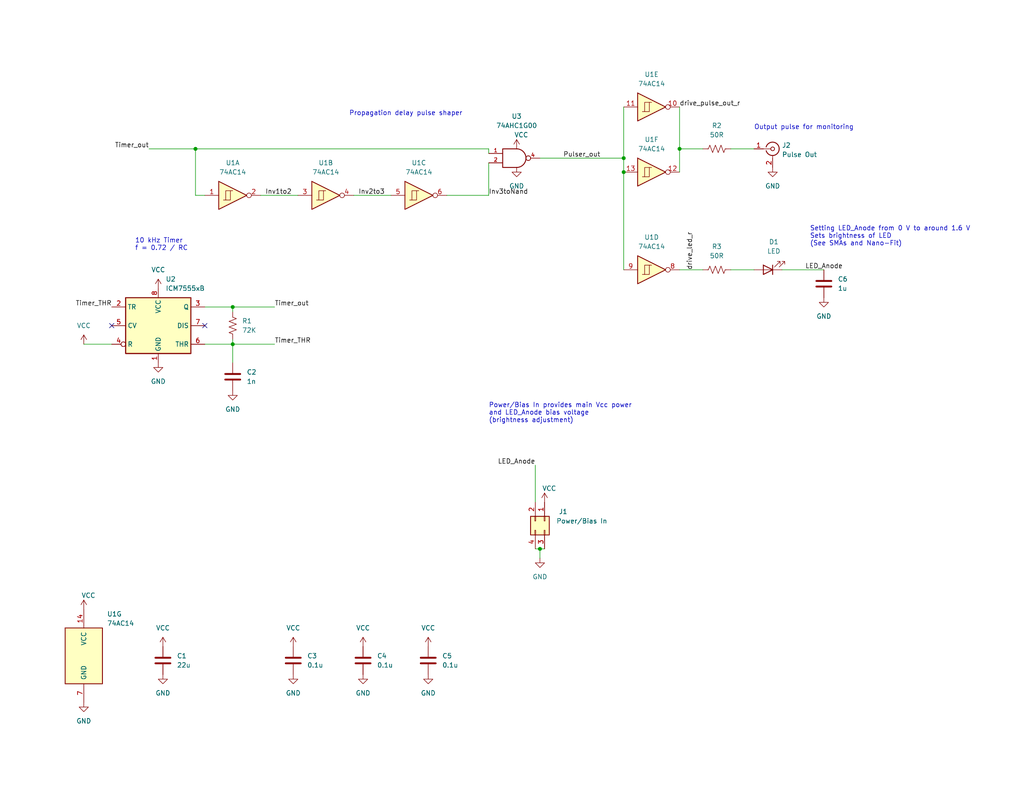
<source format=kicad_sch>
(kicad_sch (version 20211123) (generator eeschema)
  (paper "USLetter")
  (title_block (title "Propagation Delay LED Pulser") (date "2022-04-12") (rev "1.1") (company "HugonLabs"))
  (lib_symbols
    (symbol "74xGxx:74AHC1G00" (pin_names (offset 1.016))
      (property "Reference" "U" (at -2.54 3.81 0))
      (property "Value" "74AHC1G00" (at 0 -3.81 0))
      (symbol "74AHC1G00_0_1"
        (arc (start 0 -2.54) (mid 2.54 0) (end 0 2.54) (stroke (width 0.254)))
        (polyline (pts (xy 0 -2.54) (xy -3.81 -2.54) (xy -3.81 2.54) (xy 0 2.54)) (stroke (width 0.254)))
      )
      (symbol "74AHC1G00_1_1"
        (pin input line (at -7.62 1.27 0) (length 3.81) (name "~") (number "1"))
        (pin input line (at -7.62 -1.27 0) (length 3.81) (name "~") (number "2"))
        (pin power_in line (at 0 -2.54 270) (length 0) hide (name "GND") (number "3"))
        (pin output inverted (at 6.35 0 180) (length 3.81) (name "~") (number "4"))
        (pin power_in line (at 0 2.54 90) (length 0) hide (name "VCC") (number "5"))
      )
    )
    (symbol "74xx:74HC14" (pin_names (offset 1.016))
      (property "Reference" "U" (at 0 1.27 0))
      (property "Value" "74HC14" (at 0 -1.27 0))
      (symbol "74HC14_1_0"
        (polyline (pts (xy -3.81 3.81) (xy -3.81 -3.81) (xy 3.81 0) (xy -3.81 3.81)) (stroke (width 0.254)) (fill (type background)))
        (pin input line (at -7.62 0 0) (length 3.81) (name "~") (number "1"))
        (pin output inverted (at 7.62 0 180) (length 3.81) (name "~") (number "2"))
      )
      (symbol "74HC14_1_1"
        (polyline (pts (xy -1.905 -1.27) (xy -1.905 1.27) (xy -0.635 1.27)))
        (polyline (pts (xy -2.54 -1.27) (xy -0.635 -1.27) (xy -0.635 1.27) (xy 0 1.27)))
      )
      (symbol "74HC14_2_0"
        (polyline (pts (xy -3.81 3.81) (xy -3.81 -3.81) (xy 3.81 0) (xy -3.81 3.81)) (stroke (width 0.254)) (fill (type background)))
        (pin input line (at -7.62 0 0) (length 3.81) (name "~") (number "3"))
        (pin output inverted (at 7.62 0 180) (length 3.81) (name "~") (number "4"))
      )
      (symbol "74HC14_2_1"
        (polyline (pts (xy -1.905 -1.27) (xy -1.905 1.27) (xy -0.635 1.27)))
        (polyline (pts (xy -2.54 -1.27) (xy -0.635 -1.27) (xy -0.635 1.27) (xy 0 1.27)))
      )
      (symbol "74HC14_3_0"
        (polyline (pts (xy -3.81 3.81) (xy -3.81 -3.81) (xy 3.81 0) (xy -3.81 3.81)) (stroke (width 0.254)) (fill (type background)))
        (pin input line (at -7.62 0 0) (length 3.81) (name "~") (number "5"))
        (pin output inverted (at 7.62 0 180) (length 3.81) (name "~") (number "6"))
      )
      (symbol "74HC14_3_1"
        (polyline (pts (xy -1.905 -1.27) (xy -1.905 1.27) (xy -0.635 1.27)))
        (polyline (pts (xy -2.54 -1.27) (xy -0.635 -1.27) (xy -0.635 1.27) (xy 0 1.27)))
      )
      (symbol "74HC14_4_0"
        (polyline (pts (xy -3.81 3.81) (xy -3.81 -3.81) (xy 3.81 0) (xy -3.81 3.81)) (stroke (width 0.254)) (fill (type background)))
        (pin output inverted (at 7.62 0 180) (length 3.81) (name "~") (number "8"))
        (pin input line (at -7.62 0 0) (length 3.81) (name "~") (number "9"))
      )
      (symbol "74HC14_4_1"
        (polyline (pts (xy -1.905 -1.27) (xy -1.905 1.27) (xy -0.635 1.27)))
        (polyline (pts (xy -2.54 -1.27) (xy -0.635 -1.27) (xy -0.635 1.27) (xy 0 1.27)))
      )
      (symbol "74HC14_5_0"
        (polyline (pts (xy -3.81 3.81) (xy -3.81 -3.81) (xy 3.81 0) (xy -3.81 3.81)) (stroke (width 0.254)) (fill (type background)))
        (pin output inverted (at 7.62 0 180) (length 3.81) (name "~") (number "10"))
        (pin input line (at -7.62 0 0) (length 3.81) (name "~") (number "11"))
      )
      (symbol "74HC14_5_1"
        (polyline (pts (xy -1.905 -1.27) (xy -1.905 1.27) (xy -0.635 1.27)))
        (polyline (pts (xy -2.54 -1.27) (xy -0.635 -1.27) (xy -0.635 1.27) (xy 0 1.27)))
      )
      (symbol "74HC14_6_0"
        (polyline (pts (xy -3.81 3.81) (xy -3.81 -3.81) (xy 3.81 0) (xy -3.81 3.81)) (stroke (width 0.254)) (fill (type background)))
        (pin output inverted (at 7.62 0 180) (length 3.81) (name "~") (number "12"))
        (pin input line (at -7.62 0 0) (length 3.81) (name "~") (number "13"))
      )
      (symbol "74HC14_6_1"
        (polyline (pts (xy -1.905 -1.27) (xy -1.905 1.27) (xy -0.635 1.27)))
        (polyline (pts (xy -2.54 -1.27) (xy -0.635 -1.27) (xy -0.635 1.27) (xy 0 1.27)))
      )
      (symbol "74HC14_7_0"
        (pin power_in line (at 0 12.7 270) (length 5.08) (name "VCC") (number "14"))
        (pin power_in line (at 0 -12.7 90) (length 5.08) (name "GND") (number "7"))
      )
      (symbol "74HC14_7_1"
        (rectangle (start -5.08 7.62) (end 5.08 -7.62) (stroke (width 0.254)) (fill (type background)))
      )
    )
    (symbol "Connector:Conn_Coaxial" (pin_names (offset 1.016) hide)
      (property "Reference" "J" (at 0.254 3.048 0))
      (property "Value" "Conn_Coaxial" (at 2.921 0 90))
      (symbol "Conn_Coaxial_0_1"
        (arc (start -1.778 -0.508) (mid 0.222 -1.808) (end 1.778 0) (stroke (width 0.254)))
        (polyline (pts (xy -2.54 0) (xy -0.508 0)))
        (polyline (pts (xy 0 -2.54) (xy 0 -1.778)))
        (circle (center 0 0) (radius 0.508) (stroke (width 0.2032)))
        (arc (start 1.778 0) (mid 0.222 1.8083) (end -1.778 0.508) (stroke (width 0.254)))
      )
      (symbol "Conn_Coaxial_1_1"
        (pin passive line (at -5.08 0 0) (length 2.54) (name "In") (number "1"))
        (pin passive line (at 0 -5.08 90) (length 2.54) (name "Ext") (number "2"))
      )
    )
    (symbol "Connector_Generic:Conn_02x02_Top_Bottom" (pin_names (offset 1.016) hide)
      (property "Reference" "J" (at 1.27 2.54 0))
      (property "Value" "Conn_02x02_Top_Bottom" (at 1.27 -5.08 0))
      (symbol "Conn_02x02_Top_Bottom_1_1"
        (rectangle (start -1.27 -2.413) (end 0 -2.667) (stroke (width 0.1524)))
        (rectangle (start -1.27 0.127) (end 0 -0.127) (stroke (width 0.1524)))
        (rectangle (start -1.27 1.27) (end 3.81 -3.81) (stroke (width 0.254)) (fill (type background)))
        (rectangle (start 3.81 -2.413) (end 2.54 -2.667) (stroke (width 0.1524)))
        (rectangle (start 3.81 0.127) (end 2.54 -0.127) (stroke (width 0.1524)))
        (pin passive line (at -5.08 0 0) (length 3.81) (name "Pin_1") (number "1"))
        (pin passive line (at -5.08 -2.54 0) (length 3.81) (name "Pin_2") (number "2"))
        (pin passive line (at 7.62 0 180) (length 3.81) (name "Pin_3") (number "3"))
        (pin passive line (at 7.62 -2.54 180) (length 3.81) (name "Pin_4") (number "4"))
      )
    )
    (symbol "Device:C" (pin_numbers hide) (pin_names (offset 0.254))
      (property "Reference" "C" (at 0.635 2.54 0))
      (property "Value" "C" (at 0.635 -2.54 0))
      (symbol "C_0_1"
        (polyline (pts (xy -2.032 -0.762) (xy 2.032 -0.762)) (stroke (width 0.508)))
        (polyline (pts (xy -2.032 0.762) (xy 2.032 0.762)) (stroke (width 0.508)))
      )
      (symbol "C_1_1"
        (pin passive line (at 0 3.81 270) (length 2.794) (name "~") (number "1"))
        (pin passive line (at 0 -3.81 90) (length 2.794) (name "~") (number "2"))
      )
    )
    (symbol "Device:LED" (pin_numbers hide) (pin_names (offset 1.016) hide)
      (property "Reference" "D" (at 0 2.54 0))
      (property "Value" "LED" (at 0 -2.54 0))
      (symbol "LED_0_1"
        (polyline (pts (xy -1.27 -1.27) (xy -1.27 1.27)) (stroke (width 0.254)))
        (polyline (pts (xy -1.27 0) (xy 1.27 0)))
        (polyline (pts (xy 1.27 -1.27) (xy 1.27 1.27) (xy -1.27 0) (xy 1.27 -1.27)) (stroke (width 0.254)))
        (polyline (pts (xy -3.048 -0.762) (xy -4.572 -2.286) (xy -3.81 -2.286) (xy -4.572 -2.286) (xy -4.572 -1.524)))
        (polyline (pts (xy -1.778 -0.762) (xy -3.302 -2.286) (xy -2.54 -2.286) (xy -3.302 -2.286) (xy -3.302 -1.524)))
      )
      (symbol "LED_1_1"
        (pin passive line (at -3.81 0 0) (length 2.54) (name "K") (number "1"))
        (pin passive line (at 3.81 0 180) (length 2.54) (name "A") (number "2"))
      )
    )
    (symbol "Device:R_US" (pin_numbers hide) (pin_names (offset 0))
      (property "Reference" "R" (at 2.54 0 90))
      (property "Value" "R_US" (at -2.54 0 90))
      (symbol "R_US_0_1"
        (polyline (pts (xy 0 -2.286) (xy 0 -2.54)))
        (polyline (pts (xy 0 2.286) (xy 0 2.54)))
        (polyline (pts (xy 0 -0.762) (xy 1.016 -1.143) (xy 0 -1.524) (xy -1.016 -1.905) (xy 0 -2.286)))
        (polyline (pts (xy 0 0.762) (xy 1.016 0.381) (xy 0 0) (xy -1.016 -0.381) (xy 0 -0.762)))
        (polyline (pts (xy 0 2.286) (xy 1.016 1.905) (xy 0 1.524) (xy -1.016 1.143) (xy 0 0.762)))
      )
      (symbol "R_US_1_1"
        (pin passive line (at 0 3.81 270) (length 1.27) (name "~") (number "1"))
        (pin passive line (at 0 -3.81 90) (length 1.27) (name "~") (number "2"))
      )
    )
    (symbol "Timer:ICM7555xB"
      (property "Reference" "U" (at -10.16 8.89 0))
      (property "Value" "ICM7555xB" (at 2.54 8.89 0))
      (symbol "ICM7555xB_0_0"
        (pin power_in line (at 0 -10.16 90) (length 2.54) (name "GND") (number "1"))
        (pin power_in line (at 0 10.16 270) (length 2.54) (name "VCC") (number "8"))
      )
      (symbol "ICM7555xB_0_1"
        (rectangle (start -8.89 -7.62) (end 8.89 7.62) (stroke (width 0.254)) (fill (type background)))
        (rectangle (start -8.89 -7.62) (end 8.89 7.62) (stroke (width 0.254)) (fill (type background)))
      )
      (symbol "ICM7555xB_1_1"
        (pin input line (at -12.7 5.08 0) (length 3.81) (name "TR") (number "2"))
        (pin output line (at 12.7 5.08 180) (length 3.81) (name "Q") (number "3"))
        (pin input inverted (at -12.7 -5.08 0) (length 3.81) (name "R") (number "4"))
        (pin input line (at -12.7 0 0) (length 3.81) (name "CV") (number "5"))
        (pin input line (at 12.7 -5.08 180) (length 3.81) (name "THR") (number "6"))
        (pin input line (at 12.7 0 180) (length 3.81) (name "DIS") (number "7"))
      )
    )
    (symbol "power:GND" (power) (pin_names (offset 0))
      (property "Value" "GND" (at 0 -3.81 0))
      (symbol "GND_0_1"
        (polyline (pts (xy 0 0) (xy 0 -1.27) (xy 1.27 -1.27) (xy 0 -2.54) (xy -1.27 -1.27) (xy 0 -1.27)))
      )
      (symbol "GND_1_1"
        (pin power_in line (at 0 0 270) (length 0) hide (name "GND") (number "1"))
      )
    )
    (symbol "power:VCC" (power) (pin_names (offset 0))
      (property "Value" "VCC" (at 0 3.81 0))
      (symbol "VCC_0_1"
        (polyline (pts (xy -0.762 1.27) (xy 0 2.54)))
        (polyline (pts (xy 0 0) (xy 0 2.54)))
        (polyline (pts (xy 0 2.54) (xy 0.762 1.27)))
      )
      (symbol "VCC_1_1"
        (pin power_in line (at 0 0 90) (length 0) hide (name "VCC") (number "1"))
      )
    )
  )
  (junction (at 170.18 46.99))
  (junction (at 63.5 83.82))
  (junction (at 185.42 40.64))
  (junction (at 53.34 40.64))
  (junction (at 170.18 43.18))
  (junction (at 63.5 93.98))
  (junction (at 147.32 149.86))
  (no_connect (at 55.88 88.9))
  (no_connect (at 30.48 88.9))
  (wire (pts (xy 185.42 40.64) (xy 185.42 46.99)))
  (wire (pts (xy 147.32 149.86) (xy 148.59 149.86)))
  (wire (pts (xy 133.35 40.64) (xy 133.35 41.91)))
  (wire (pts (xy 170.18 43.18) (xy 170.18 46.99)))
  (wire (pts (xy 22.86 93.98) (xy 30.48 93.98)))
  (wire (pts (xy 147.32 43.18) (xy 170.18 43.18)))
  (wire (pts (xy 53.34 40.64) (xy 133.35 40.64)))
  (wire (pts (xy 146.05 127) (xy 146.05 137.16)))
  (wire (pts (xy 185.42 40.64) (xy 191.77 40.64)))
  (wire (pts (xy 63.5 93.98) (xy 55.88 93.98)))
  (wire (pts (xy 170.18 43.18) (xy 170.18 29.21)))
  (wire (pts (xy 121.92 53.34) (xy 133.35 53.34)))
  (wire (pts (xy 185.42 29.21) (xy 185.42 40.64)))
  (wire (pts (xy 71.12 53.34) (xy 81.28 53.34)))
  (wire (pts (xy 74.93 93.98) (xy 63.5 93.98)))
  (wire (pts (xy 133.35 44.45) (xy 133.35 53.34)))
  (wire (pts (xy 170.18 46.99) (xy 170.18 73.66)))
  (wire (pts (xy 55.88 83.82) (xy 63.5 83.82)))
  (wire (pts (xy 53.34 53.34) (xy 55.88 53.34)))
  (wire (pts (xy 53.34 40.64) (xy 53.34 53.34)))
  (wire (pts (xy 63.5 93.98) (xy 63.5 99.06)))
  (wire (pts (xy 146.05 149.86) (xy 147.32 149.86)))
  (wire (pts (xy 185.42 73.66) (xy 191.77 73.66)))
  (wire (pts (xy 213.36 73.66) (xy 224.79 73.66)))
  (wire (pts (xy 96.52 53.34) (xy 106.68 53.34)))
  (wire (pts (xy 63.5 92.71) (xy 63.5 93.98)))
  (wire (pts (xy 199.39 73.66) (xy 205.74 73.66)))
  (wire (pts (xy 147.32 149.86) (xy 147.32 152.4)))
  (wire (pts (xy 199.39 40.64) (xy 205.74 40.64)))
  (wire (pts (xy 40.64 40.64) (xy 53.34 40.64)))
  (wire (pts (xy 63.5 85.09) (xy 63.5 83.82)))
  (wire (pts (xy 63.5 83.82) (xy 74.93 83.82)))
  (text "Output pulse for monitoring" (at 205.74 35.56 0) (effects (font (size 1.27 1.27)) (justify left bottom)))
  (text "Setting LED_Anode from 0 V to around 1.6 V \nSets brightness of LED\n(See SMAs and Nano-Fit)" (at 220.98 67.31 0) (effects (font (size 1.27 1.27)) (justify left bottom)))
  (text "Propagation delay pulse shaper" (at 95.25 31.75 0) (effects (font (size 1.27 1.27)) (justify left bottom)))
  (text "10 kHz Timer\nf = 0.72 / RC" (at 36.83 68.58 0) (effects (font (size 1.27 1.27)) (justify left bottom)))
  (text "Power/Bias In provides main Vcc power \nand LED_Anode bias voltage \n(brightness adjustment)" (at 133.35 115.57 0) (effects (font (size 1.27 1.27)) (justify left bottom)))
  (label "LED_Anode" (at 219.71 73.66 0))
  (label "LED_Anode" (at 146.05 127 180))
  (label "drive_pulse_out_r" (at 185.42 29.21 0))
  (label "Inv1to2" (at 72.39 53.34 0))
  (label "drive_led_r" (at 189.23 73.66 90))
  (label "Pulser_out" (at 153.67 43.18 0))
  (label "Inv2to3" (at 97.79 53.34 0))
  (label "Inv3toNand" (at 133.35 53.34 0))
  (label "Timer_THR" (at 74.93 93.98 0))
  (label "Timer_out" (at 40.64 40.64 180))
  (label "Timer_out" (at 74.93 83.82 0))
  (label "Timer_THR" (at 30.48 83.82 180))
  (symbol (lib_id "74xx:74HC14") (at 177.8 46.99 0) (unit 6)
    (property "Reference" "U1" (at 177.8 38.1 0))
    (property "Value" "74AC14" (at 177.8 40.64 0))
    (property "Footprint" "Package_SO:SOIC-14_3.9x8.7mm_P1.27mm" (effects hide))
    (property "Datasheet" "https://www.ti.com/lit/ds/symlink/sn74ac14.pdf" (effects hide))
    (property "Mfr" "Texas Instruments" (effects hide))
    (property "Part" "SN74AC14D" (effects hide))
  )
  (symbol (lib_id "power:GND") (at 140.97 45.72 0) (unit 1)
    (property "Reference" "#PWR016" (effects hide))
    (property "Value" "GND" (at 140.97 50.8 0))
  )
  (symbol (lib_id "power:GND") (at 80.01 184.15 0) (unit 1)
    (property "Reference" "#PWR010" (effects hide))
    (property "Value" "GND" (at 80.01 189.23 0))
  )
  (symbol (lib_id "Device:C") (at 224.79 77.47 0) (unit 1)
    (property "Reference" "C6" (at 228.6 76.1999 0) (effects (justify left)))
    (property "Value" "1u" (at 228.6 78.7399 0) (effects (justify left)))
    (property "Footprint" "Capacitor_SMD:C_1206_3216Metric_Pad1.33x1.80mm_HandSolder" (effects hide))
    (property "Datasheet" "https://www.mouser.com/datasheet/2/585/MLCC-1837944.pdf" (effects hide))
    (property "Mfr" "Samsung" (effects hide))
    (property "Part" "CL31B105KBHNFNE" (effects hide))
  )
  (symbol (lib_id "74xx:74HC14") (at 63.5 53.34 0) (unit 1)
    (property "Reference" "U1" (at 63.5 44.45 0))
    (property "Value" "74AC14" (at 63.5 46.99 0))
    (property "Footprint" "Package_SO:SOIC-14_3.9x8.7mm_P1.27mm" (effects hide))
    (property "Datasheet" "https://www.ti.com/lit/ds/symlink/sn74ac14.pdf" (effects hide))
    (property "Mfr" "Texas Instruments" (effects hide))
    (property "Part" "SN74AC14D" (effects hide))
  )
  (symbol (lib_id "power:VCC") (at 22.86 166.37 0) (unit 1)
    (property "Reference" "#PWR02" (effects hide))
    (property "Value" "VCC" (at 24.13 162.56 0))
  )
  (symbol (lib_id "power:VCC") (at 116.84 176.53 0) (unit 1)
    (property "Reference" "#PWR013" (effects hide))
    (property "Value" "VCC" (at 116.84 171.45 0))
  )
  (symbol (lib_id "power:GND") (at 147.32 152.4 0) (unit 1)
    (property "Reference" "#PWR017" (effects hide))
    (property "Value" "GND" (at 147.32 157.48 0))
  )
  (symbol (lib_id "74xx:74HC14") (at 177.8 73.66 0) (unit 4)
    (property "Reference" "U1" (at 177.8 64.77 0))
    (property "Value" "74AC14" (at 177.8 67.31 0))
    (property "Footprint" "Package_SO:SOIC-14_3.9x8.7mm_P1.27mm" (effects hide))
    (property "Datasheet" "https://www.ti.com/lit/ds/symlink/sn74ac14.pdf" (effects hide))
    (property "Mfr" "Texas Instruments" (effects hide))
    (property "Part" "SN74AC14D" (effects hide))
  )
  (symbol (lib_id "74xx:74HC14") (at 114.3 53.34 0) (unit 3)
    (property "Reference" "U1" (at 114.3 44.45 0))
    (property "Value" "74AC14" (at 114.3 46.99 0))
    (property "Footprint" "Package_SO:SOIC-14_3.9x8.7mm_P1.27mm" (effects hide))
    (property "Datasheet" "https://www.ti.com/lit/ds/symlink/sn74ac14.pdf" (effects hide))
    (property "Mfr" "Texas Instruments" (effects hide))
    (property "Part" "SN74AC14D" (effects hide))
  )
  (symbol (lib_id "power:VCC") (at 99.06 176.53 0) (unit 1)
    (property "Reference" "#PWR011" (effects hide))
    (property "Value" "VCC" (at 99.06 171.45 0))
  )
  (symbol (lib_id "power:VCC") (at 148.59 137.16 0) (unit 1)
    (property "Reference" "#PWR018" (effects hide))
    (property "Value" "VCC" (at 149.86 133.35 0))
  )
  (symbol (lib_id "74xx:74HC14") (at 88.9 53.34 0) (unit 2)
    (property "Reference" "U1" (at 88.9 44.45 0))
    (property "Value" "74AC14" (at 88.9 46.99 0))
    (property "Footprint" "Package_SO:SOIC-14_3.9x8.7mm_P1.27mm" (effects hide))
    (property "Datasheet" "https://www.ti.com/lit/ds/symlink/sn74ac14.pdf" (effects hide))
    (property "Mfr" "Texas Instruments" (effects hide))
    (property "Part" "SN74AC14D" (effects hide))
  )
  (symbol (lib_id "power:GND") (at 99.06 184.15 0) (unit 1)
    (property "Reference" "#PWR012" (effects hide))
    (property "Value" "GND" (at 99.06 189.23 0))
  )
  (symbol (lib_id "power:VCC") (at 140.97 40.64 0) (unit 1)
    (property "Reference" "#PWR015" (effects hide))
    (property "Value" "VCC" (at 142.24 36.83 0))
  )
  (symbol (lib_id "Device:C") (at 80.01 180.34 0) (unit 1)
    (property "Reference" "C3" (at 83.82 179.0699 0) (effects (justify left)))
    (property "Value" "0.1u" (at 83.82 181.6099 0) (effects (justify left)))
    (property "Footprint" "Capacitor_SMD:C_1206_3216Metric_Pad1.33x1.80mm_HandSolder" (effects hide))
    (property "Datasheet" "https://www.mouser.com/datasheet/2/585/MLCC-1837944.pdf" (effects hide))
    (property "Mfr" "Samsung" (effects hide))
    (property "Part" "CL31B104KBCNNND" (effects hide))
  )
  (symbol (lib_id "Device:C") (at 44.45 180.34 0) (unit 1)
    (property "Reference" "C1" (at 48.26 179.0699 0) (effects (justify left)))
    (property "Value" "22u" (at 48.26 181.6099 0) (effects (justify left)))
    (property "Footprint" "Capacitor_SMD:C_1206_3216Metric_Pad1.33x1.80mm_HandSolder" (effects hide))
    (property "Datasheet" "https://www.mouser.com/datasheet/2/585/MLCC-1837944.pdf" (effects hide))
    (property "Mfr" "Samsung" (effects hide))
    (property "Part" "CL31A226KAHNNNE" (effects hide))
  )
  (symbol (lib_id "power:GND") (at 116.84 184.15 0) (unit 1)
    (property "Reference" "#PWR014" (effects hide))
    (property "Value" "GND" (at 116.84 189.23 0))
  )
  (symbol (lib_id "Device:LED") (at 209.55 73.66 180) (unit 1)
    (property "Reference" "D1" (at 211.1375 66.04 0))
    (property "Value" "LED" (at 211.1375 68.58 0))
    (property "Footprint" "LED_SMD:LED_1206_3216Metric_Pad1.42x1.75mm_HandSolder" (effects hide))
    (property "Datasheet" "https://www.mouser.com/datasheet/2/239/Lite-On-LTST-C150TBKT-1175371.pdf" (effects hide))
    (property "Mfr" "Lite-On" (effects hide))
    (property "Part" "LTST-C150TBKT " (effects hide))
  )
  (symbol (lib_id "power:VCC") (at 44.45 176.53 0) (unit 1)
    (property "Reference" "#PWR06" (effects hide))
    (property "Value" "VCC" (at 44.45 171.45 0))
  )
  (symbol (lib_id "Connector:Conn_Coaxial") (at 210.82 40.64 0) (unit 1)
    (property "Reference" "J2" (at 213.36 39.6631 0) (effects (justify left)))
    (property "Value" "Pulse Out" (at 213.36 42.2031 0) (effects (justify left)))
    (property "Footprint" "Connector_Coaxial:SMA_Amphenol_132289_EdgeMount" (effects hide))
    (property "Datasheet" "https://www.mouser.com/datasheet/2/18/1/amphs06501_1-2259276.pdf" (effects hide))
    (property "Mfr" "Amphenol RF" (effects hide))
    (property "Part" "132289" (effects hide))
  )
  (symbol (lib_id "Connector_Generic:Conn_02x02_Top_Bottom") (at 148.59 142.24 270) (unit 1)
    (property "Reference" "J1" (at 153.67 139.7 90))
    (property "Value" "Power/Bias In" (at 158.75 142.24 90))
    (property "Footprint" "Connector_Molex:Molex_Nano-Fit_105314-xx04_2x02_P2.50mm_Horizontal" (effects hide))
    (property "Datasheet" "https://www.mouser.com/datasheet/2/276/4/1053141304_PCB_HEADERS-2883302.pdf" (effects hide))
    (property "Mfr" "Molex" (effects hide))
    (property "Part" "1053141304" (effects hide))
  )
  (symbol (lib_id "power:VCC") (at 80.01 176.53 0) (unit 1)
    (property "Reference" "#PWR09" (effects hide))
    (property "Value" "VCC" (at 80.01 171.45 0))
  )
  (symbol (lib_id "power:GND") (at 63.5 106.68 0) (unit 1)
    (property "Reference" "#PWR08" (effects hide))
    (property "Value" "GND" (at 63.5 111.76 0))
  )
  (symbol (lib_id "Device:R_US") (at 195.58 40.64 90) (unit 1)
    (property "Reference" "R2" (at 195.58 34.29 90))
    (property "Value" "50R" (at 195.58 36.83 90))
    (property "Footprint" "Resistor_SMD:R_1206_3216Metric_Pad1.30x1.75mm_HandSolder" (effects hide))
    (property "Datasheet" "https://www.mouser.com/datasheet/2/427/crcwce3-1762584.pdf" (effects hide))
    (property "Mfr" "Vishay" (effects hide))
    (property "Part" "CRCW120649R9FKEAC" (effects hide))
  )
  (symbol (lib_id "Timer:ICM7555xB") (at 43.18 88.9 0) (unit 1)
    (property "Reference" "U2" (at 45.1994 76.2 0) (effects (justify left)))
    (property "Value" "ICM7555xB" (at 45.1994 78.74 0) (effects (justify left)))
    (property "Footprint" "Package_SO:SOIC-8_3.9x4.9mm_P1.27mm" (effects hide))
    (property "Datasheet" "http://www.intersil.com/content/dam/Intersil/documents/icm7/icm7555-56.pdf" (effects hide))
    (property "Mfr" "Maxim" (effects hide))
    (property "Part" "ICM7555ESA+" (effects hide))
  )
  (symbol (lib_id "Device:C") (at 99.06 180.34 0) (unit 1)
    (property "Reference" "C4" (at 102.87 179.0699 0) (effects (justify left)))
    (property "Value" "0.1u" (at 102.87 181.6099 0) (effects (justify left)))
    (property "Footprint" "Capacitor_SMD:C_1206_3216Metric_Pad1.33x1.80mm_HandSolder" (effects hide))
    (property "Datasheet" "https://www.mouser.com/datasheet/2/585/MLCC-1837944.pdf" (effects hide))
    (property "Mfr" "Samsung" (effects hide))
    (property "Part" "CL31B104KBCNNND" (effects hide))
  )
  (symbol (lib_id "Device:R_US") (at 195.58 73.66 90) (unit 1)
    (property "Reference" "R3" (at 195.58 67.31 90))
    (property "Value" "50R" (at 195.58 69.85 90))
    (property "Footprint" "Resistor_SMD:R_1206_3216Metric_Pad1.30x1.75mm_HandSolder" (effects hide))
    (property "Datasheet" "https://www.mouser.com/datasheet/2/427/crcwce3-1762584.pdf" (effects hide))
    (property "Mfr" "Vishay" (effects hide))
    (property "Part" "CRCW120649R9FKEAC" (effects hide))
  )
  (symbol (lib_id "Device:R_US") (at 63.5 88.9 0) (unit 1)
    (property "Reference" "R1" (at 66.04 87.6299 0) (effects (justify left)))
    (property "Value" "72K" (at 66.04 90.1699 0) (effects (justify left)))
    (property "Footprint" "Resistor_SMD:R_1206_3216Metric_Pad1.30x1.75mm_HandSolder" (effects hide))
    (property "Datasheet" "https://www.mouser.com/datasheet/2/427/dcrcwe3-1762152.pdf" (effects hide))
    (property "Mfr" "Vishay" (effects hide))
    (property "Part" "CRCW120671K5FKEA" (effects hide))
  )
  (symbol (lib_id "74xx:74HC14") (at 22.86 179.07 0) (unit 7)
    (property "Reference" "U1" (at 29.21 167.64 0) (effects (justify left)))
    (property "Value" "74AC14" (at 29.21 170.18 0) (effects (justify left)))
    (property "Footprint" "Package_SO:SOIC-14_3.9x8.7mm_P1.27mm" (effects hide))
    (property "Datasheet" "https://www.ti.com/lit/ds/symlink/sn74ac14.pdf" (effects hide))
    (property "Mfr" "Texas Instruments" (effects hide))
    (property "Part" "SN74AC14D" (effects hide))
  )
  (symbol (lib_id "power:VCC") (at 22.86 93.98 0) (unit 1)
    (property "Reference" "#PWR01" (effects hide))
    (property "Value" "VCC" (at 22.86 88.9 0))
  )
  (symbol (lib_id "power:GND") (at 210.82 45.72 0) (unit 1)
    (property "Reference" "#PWR019" (effects hide))
    (property "Value" "GND" (at 210.82 50.8 0))
  )
  (symbol (lib_id "power:GND") (at 44.45 184.15 0) (unit 1)
    (property "Reference" "#PWR07" (effects hide))
    (property "Value" "GND" (at 44.45 189.23 0))
  )
  (symbol (lib_id "power:GND") (at 43.18 99.06 0) (unit 1)
    (property "Reference" "#PWR05" (effects hide))
    (property "Value" "GND" (at 43.18 104.14 0))
  )
  (symbol (lib_id "power:GND") (at 22.86 191.77 0) (unit 1)
    (property "Reference" "#PWR03" (effects hide))
    (property "Value" "GND" (at 22.86 196.85 0))
  )
  (symbol (lib_id "power:GND") (at 224.79 81.28 0) (unit 1)
    (property "Reference" "#PWR020" (effects hide))
    (property "Value" "GND" (at 224.79 86.36 0))
  )
  (symbol (lib_id "74xGxx:74AHC1G00") (at 140.97 43.18 0) (unit 1)
    (property "Reference" "U3" (at 140.97 31.75 0))
    (property "Value" "74AHC1G00" (at 140.97 34.29 0))
    (property "Footprint" "Package_TO_SOT_SMD:SOT-23-5_HandSoldering" (effects hide))
    (property "Datasheet" "http://www.ti.com/lit/sg/scyt129e/scyt129e.pdf" (effects hide))
    (property "Mfr" "Texas Instruments" (effects hide))
    (property "Part" "SN74AHC1G00DBV" (effects hide))
  )
  (symbol (lib_id "74xx:74HC14") (at 177.8 29.21 0) (unit 5)
    (property "Reference" "U1" (at 177.8 20.32 0))
    (property "Value" "74AC14" (at 177.8 22.86 0))
    (property "Footprint" "Package_SO:SOIC-14_3.9x8.7mm_P1.27mm" (effects hide))
    (property "Datasheet" "https://www.ti.com/lit/ds/symlink/sn74ac14.pdf" (effects hide))
    (property "Mfr" "Texas Instruments" (effects hide))
    (property "Part" "SN74AC14D" (effects hide))
  )
  (symbol (lib_id "Device:C") (at 63.5 102.87 0) (unit 1)
    (property "Reference" "C2" (at 67.31 101.5999 0) (effects (justify left)))
    (property "Value" "1n" (at 67.31 104.1399 0) (effects (justify left)))
    (property "Footprint" "Capacitor_SMD:C_1206_3216Metric_Pad1.33x1.80mm_HandSolder" (effects hide))
    (property "Datasheet" "https://www.mouser.com/datasheet/2/40/C0GNP0_Dielectric-951274.pdf" (effects hide))
    (property "Mfr" "Kyocera AVX" (effects hide))
    (property "Part" "12063A102FAT2A" (effects hide))
  )
  (symbol (lib_id "Device:C") (at 116.84 180.34 0) (unit 1)
    (property "Reference" "C5" (at 120.65 179.0699 0) (effects (justify left)))
    (property "Value" "0.1u" (at 120.65 181.6099 0) (effects (justify left)))
    (property "Footprint" "Capacitor_SMD:C_1206_3216Metric_Pad1.33x1.80mm_HandSolder" (effects hide))
    (property "Datasheet" "https://www.mouser.com/datasheet/2/585/MLCC-1837944.pdf" (effects hide))
    (property "Mfr" "Samsung" (effects hide))
    (property "Part" "CL31B104KBCNNND" (effects hide))
  )
  (symbol (lib_id "power:VCC") (at 43.18 78.74 0) (unit 1)
    (property "Reference" "#PWR04" (effects hide))
    (property "Value" "VCC" (at 43.18 73.66 0))
  )
)
</source>
